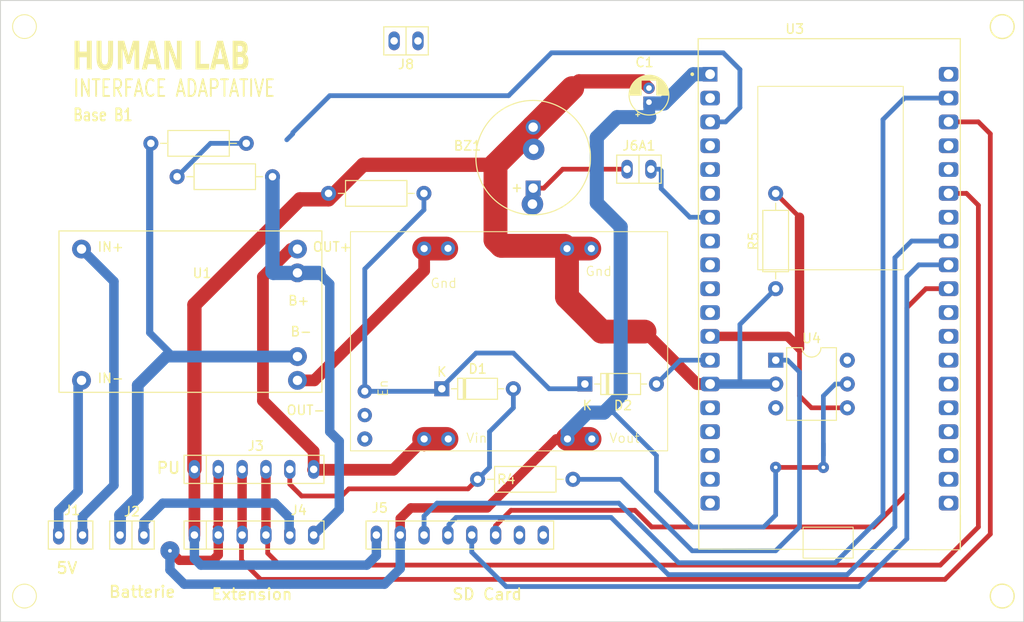
<source format=kicad_pcb>
(kicad_pcb (version 20221018) (generator pcbnew)
  (layers (0 "F.Cu" signal) (31 "B.Cu" signal) (34 "B.Paste" user) (35 "F.Paste" user) (36 "B.SilkS" user "B.Silkscreen") (37 "F.SilkS" user "F.Silkscreen") (39 "F.Mask" user) (44 "Edge.Cuts" user))
  (net 0 "")
  (net 1 "Net-(D1-K)")
  (net 2 "Net-(D1-A)")
  (net 3 "Net-(J1-Pin_1)")
  (net 4 "Net-(J1-Pin_2)")
  (net 5 "+3.3V")
  (net 6 "GND")
  (net 7 "Net-(J2-Pin_1)")
  (net 8 "/MOSI")
  (net 9 "/MISO")
  (net 10 "/CLK")
  (net 11 "/CS")
  (net 12 "Net-(BZ1--)")
  (net 13 "Net-(R4-Pad1)")
  (net 14 "Net-(J2-Pin_2)")
  (net 15 "Net-(J3-Pin_6)")
  (net 16 "Net-(J4-Pin_6)")
  (net 18 "Net-(U3-SENSOR_VP)")
  (net 20 "Net-(U1-GND2)")
  (net 21 "unconnected-(U2-Vin2-Pad2)")
  (net 27 "Net-(J8-Pin_2)")
  (net 37 "Net-(U3-IO14)")
  (net 53 "/SLC")
  (net 54 "/SDA")
  (net 55 "Net-(J6A1-Pin_1)")
  (net 56 "Net-(D2-A)")
  (footprint "MesEmpreintes:SIP-2" (layer "F.Cu") (at 124.46 52.324)
    (fp_text reference "J8" (at 0 2.5) (layer "F.SilkS"))
    (fp_text value "Conn_01x02_Socket")
    (pad "1" thru_hole oval (at -1.27 0) (size 1.2 2) (drill 0.8) (layers "*.Cu" "*.Mask") (net 6 "GND"))
    (pad "2" thru_hole oval (at 1.27 0) (size 1.2 2) (drill 0.8) (layers "*.Cu" "*.Mask") (net 27 "Net-(J8-Pin_2)"))
  )
  (footprint "MesEmpreintes:SIP-6" (layer "F.Cu") (at 108.27 105)
    (fp_text reference "J4" (at 4.76 -2.638) (layer "F.SilkS"))
    (fp_text value "Conn_01x06_Socket" hide)
    (pad "1" thru_hole oval (at -6.35 0) (size 1.2 2) (drill 0.8) (layers "*.Cu" "*.Mask") (net 6 "GND"))
    (pad "2" thru_hole oval (at -3.81 0) (size 1.2 2) (drill 0.8) (layers "*.Cu" "*.Mask") (net 5 "+3.3V"))
    (pad "3" thru_hole oval (at -1.27 0) (size 1.2 2) (drill 0.8) (layers "*.Cu" "*.Mask") (net 53 "/SLC"))
    (pad "4" thru_hole oval (at 1.27 0) (size 1.2 2) (drill 0.8) (layers "*.Cu" "*.Mask") (net 54 "/SDA"))
    (pad "5" thru_hole oval (at 3.81 0) (size 1.2 2) (drill 0.8) (layers "*.Cu" "*.Mask") (net 7 "Net-(J2-Pin_1)"))
    (pad "6" thru_hole oval (at 6.35 0) (size 1.2 2) (drill 0.8) (layers "*.Cu" "*.Mask") (net 16 "Net-(J4-Pin_6)"))
  )
  (footprint "MesEmpreintes:MODULE_ESP32-DEVKITC-32D" (layer "F.Cu") (at 169.545 81.3)
    (fp_text reference "U3" (at -3.683 -30.246) (layer "F.SilkS") (effects (font (size 1.000386 1.000386))))
    (fp_text value "ESP32-DEVKITC-32D")
    (pad "J2-1" thru_hole rect locked (at -12.7 -25.42) (size 1.56 1.56) (drill 1.04) (layers "*.Cu" "*.Mask") (net 5 "+3.3V"))
    (pad "J2-2" thru_hole roundrect locked (at -12.7 -22.88) (size 2.068 1.56) (drill 1.04) (layers "*.Cu" "*.Mask") (net 27 "Net-(J8-Pin_2)"))
    (pad "J2-2,J2-17" thru_hole roundrect locked (at -12.7 15.22) (size 2.032 1.56) (drill 1.04) (layers "*.Cu" "*.Mask"))
    (pad "J2-3" thru_hole roundrect locked (at -12.7 -20.34) (size 2.068 1.56) (drill 1.04) (layers "*.Cu" "*.Mask") (net 18 "Net-(U3-SENSOR_VP)"))
    (pad "J2-4" thru_hole roundrect locked (at -12.7 -17.8) (size 2.068 1.56) (drill 1.04) (layers "*.Cu" "*.Mask"))
    (pad "J2-5" thru_hole roundrect locked (at -12.7 -15.26) (size 2.068 1.56) (drill 1.04) (layers "*.Cu" "*.Mask"))
    (pad "J2-6" thru_hole roundrect locked (at -12.7 -12.72) (size 2.068 1.56) (drill 1.04) (layers "*.Cu" "*.Mask"))
    (pad "J2-7" thru_hole roundrect locked (at -12.7 -10.18) (size 2.068 1.56) (drill 1.04) (layers "*.Cu" "*.Mask") (net 55 "Net-(J6A1-Pin_1)"))
    (pad "J2-8" thru_hole roundrect locked (at -12.7 -7.64) (size 2.068 1.56) (drill 1.04) (layers "*.Cu" "*.Mask"))
    (pad "J2-9" thru_hole roundrect locked (at -12.7 -5.1) (size 2.068 1.56) (drill 1.04) (layers "*.Cu" "*.Mask"))
    (pad "J2-10" thru_hole roundrect locked (at -12.7 -2.56) (size 2.068 1.56) (drill 1.04) (layers "*.Cu" "*.Mask"))
    (pad "J2-11" thru_hole roundrect locked (at -12.7 -0.02) (size 2.068 1.56) (drill 1.04) (layers "*.Cu" "*.Mask"))
    (pad "J2-12" thru_hole roundrect locked (at -12.7 2.52) (size 2.032 1.56) (drill 1.04) (layers "*.Cu" "*.Mask") (net 37 "Net-(U3-IO14)"))
    (pad "J2-13" thru_hole roundrect locked (at -12.7 5.06) (size 2.032 1.56) (drill 1.04) (layers "*.Cu" "*.Mask") (net 56 "Net-(D2-A)"))
    (pad "J2-14" thru_hole roundrect locked (at -12.7 7.6) (size 2.032 1.56) (drill 1.04) (layers "*.Cu" "*.Mask") (net 6 "GND"))
    (pad "J2-15" thru_hole roundrect locked (at -12.7 10.14) (size 2.068 1.56) (drill 1.04) (layers "*.Cu" "*.Mask"))
    (pad "J2-16" thru_hole roundrect locked (at -12.7 12.68) (size 2.068 1.56) (drill 1.04) (layers "*.Cu" "*.Mask"))
    (pad "J2-18" thru_hole roundrect locked (at -12.7 17.76) (size 2.032 1.56) (drill 1.04) (layers "*.Cu" "*.Mask"))
    (pad "J2-19" thru_hole roundrect locked (at -12.7 20.3) (size 2.032 1.56) (drill 1.04) (layers "*.Cu" "*.Mask"))
    (pad "J3-1" thru_hole roundrect locked (at 12.7 -25.42) (size 2.068 1.56) (drill 1.04) (layers "*.Cu" "*.Mask"))
    (pad "J3-2" thru_hole roundrect locked (at 12.7 -22.88) (size 2.068 1.56) (drill 1.04) (layers "*.Cu" "*.Mask") (net 8 "/MOSI"))
    (pad "J3-3" thru_hole roundrect locked (at 12.7 -20.34) (size 2.068 1.56) (drill 1.04) (layers "*.Cu" "*.Mask") (net 53 "/SLC"))
    (pad "J3-4" thru_hole roundrect locked (at 12.7 -17.8) (size 2.068 1.56) (drill 1.04) (layers "*.Cu" "*.Mask"))
    (pad "J3-5" thru_hole roundrect locked (at 12.7 -15.26) (size 2.068 1.56) (drill 1.04) (layers "*.Cu" "*.Mask"))
    (pad "J3-6" thru_hole roundrect locked (at 12.7 -12.72) (size 2.068 1.56) (drill 1.04) (layers "*.Cu" "*.Mask") (net 54 "/SDA"))
    (pad "J3-7" thru_hole roundrect locked (at 12.7 -10.18) (size 2.068 1.56) (drill 1.04) (layers "*.Cu" "*.Mask"))
    (pad "J3-8" thru_hole roundrect locked (at 12.7 -7.64) (size 2.068 1.56) (drill 1.04) (layers "*.Cu" "*.Mask") (net 9 "/MISO"))
    (pad "J3-9" thru_hole roundrect locked (at 12.7 -5.1) (size 2.068 1.56) (drill 1.04) (layers "*.Cu" "*.Mask") (net 10 "/CLK"))
    (pad "J3-10" thru_hole roundrect locked (at 12.7 -2.56) (size 2.068 1.56) (drill 1.04) (layers "*.Cu" "*.Mask") (net 11 "/CS"))
    (pad "J3-11" thru_hole roundrect locked (at 12.7 -0.02) (size 2.068 1.56) (drill 1.04) (layers "*.Cu" "*.Mask"))
    (pad "J3-12" thru_hole roundrect locked (at 12.7 2.52) (size 2.068 1.56) (drill 1.04) (layers "*.Cu" "*.Mask"))
    (pad "J3-13" thru_hole roundrect locked (at 12.7 5.06) (size 2.068 1.56) (drill 1.04) (layers "*.Cu" "*.Mask"))
    (pad "J3-14" thru_hole roundrect locked (at 12.7 7.6) (size 2.068 1.56) (drill 1.04) (layers "*.Cu" "*.Mask"))
    (pad "J3-15" thru_hole roundrect locked (at 12.7 10.14) (size 2.068 1.56) (drill 1.04) (layers "*.Cu" "*.Mask"))
    (pad "J3-16" thru_hole roundrect locked (at 12.7 12.68) (size 2.068 1.56) (drill 1.04) (layers "*.Cu" "*.Mask"))
    (pad "J3-17" thru_hole roundrect locked (at 12.7 15.22) (size 2.068 1.56) (drill 1.04) (layers "*.Cu" "*.Mask"))
    (pad "J3-18" thru_hole roundrect locked (at 12.7 17.76) (size 2.068 1.56) (drill 1.04) (layers "*.Cu" "*.Mask"))
    (pad "J3-19" thru_hole roundrect locked (at 12.7 20.3) (size 2.068 1.56) (drill 1.04) (layers "*.Cu" "*.Mask"))
  )
  (footprint "Buzzer_Beeper:MagneticBuzzer_ProSignal_ABT-410-RC" (layer "F.Cu") (at 138 68.02 90)
    (fp_text reference "BZ1" (at 4.52 -7 180) (layer "F.SilkS"))
    (fp_text value "Buzzer")
    (fp_text user "+" (at 0 -1.8 90) (layer "F.SilkS"))
    (pad "1" thru_hole rect (at 0 0 90) (size 1.6 1.6) (drill 1) (layers "*.Cu" "*.Mask") (net 12 "Net-(BZ1--)"))
    (pad "2" thru_hole circle (at 6.5 0 90) (size 1.6 1.6) (drill 1) (layers "*.Cu" "*.Mask") (net 6 "GND"))
  )
  (footprint "MesEmpreintes:SIP-6" (layer "F.Cu") (at 108.27 98)
    (fp_text reference "J3" (at 0.188 -2.496) (layer "F.SilkS"))
    (fp_text value "Conn_01x06_Socket" hide)
    (pad "1" thru_hole oval (at -6.35 0) (size 1.2 2) (drill 0.8) (layers "*.Cu" "*.Mask") (net 6 "GND"))
    (pad "2" thru_hole oval (at -3.81 0) (size 1.2 2) (drill 0.8) (layers "*.Cu" "*.Mask") (net 5 "+3.3V"))
    (pad "3" thru_hole oval (at -1.27 0) (size 1.2 2) (drill 0.8) (layers "*.Cu" "*.Mask") (net 53 "/SLC"))
    (pad "4" thru_hole oval (at 1.27 0) (size 1.2 2) (drill 0.8) (layers "*.Cu" "*.Mask") (net 54 "/SDA"))
    (pad "5" thru_hole oval (at 3.81 0) (size 1.2 2) (drill 0.8) (layers "*.Cu" "*.Mask") (net 2 "Net-(D1-A)"))
    (pad "6" thru_hole oval (at 6.35 0) (size 1.2 2) (drill 0.8) (layers "*.Cu" "*.Mask") (net 15 "Net-(J3-Pin_6)"))
  )
  (footprint "MesEmpreintes:SIP-8" (layer "F.Cu") (at 130.19 105)
    (fp_text reference "J5" (at -8.524 -2.892) (layer "F.SilkS"))
    (fp_text value "Conn_01x08_Socket" hide)
    (pad "1" thru_hole oval (at -8.89 0) (size 1.2 2) (drill 0.8) (layers "*.Cu" "*.Mask") (net 6 "GND"))
    (pad "2" thru_hole oval (at -6.35 0) (size 1.2 2) (drill 0.8) (layers "*.Cu" "*.Mask") (net 5 "+3.3V"))
    (pad "3" thru_hole oval (at -3.81 0) (size 1.2 2) (drill 0.8) (layers "*.Cu" "*.Mask") (net 8 "/MOSI"))
    (pad "4" thru_hole oval (at -1.27 0) (size 1.2 2) (drill 0.8) (layers "*.Cu" "*.Mask") (net 9 "/MISO"))
    (pad "5" thru_hole oval (at 1.27 0) (size 1.2 2) (drill 0.8) (layers "*.Cu" "*.Mask") (net 10 "/CLK"))
    (pad "6" thru_hole oval (at 3.81 0) (size 1.2 2) (drill 0.8) (layers "*.Cu" "*.Mask") (net 11 "/CS"))
    (pad "7" thru_hole oval (at 6.35 0) (size 1.2 2) (drill 0.8) (layers "*.Cu" "*.Mask"))
    (pad "8" thru_hole oval (at 8.89 0) (size 1.2 2) (drill 0.8) (layers "*.Cu" "*.Mask"))
  )
  (footprint "MesEmpreintes:SIP-2" (layer "F.Cu") (at 95.27 105 180)
    (fp_text reference "J2" (at 0 2.5) (layer "F.SilkS"))
    (fp_text value "Conn_01x02_Socket" hide)
    (pad "1" thru_hole oval (at -1.27 0 180) (size 1.2 2) (drill 0.8) (layers "*.Cu" "*.Mask") (net 7 "Net-(J2-Pin_1)"))
    (pad "2" thru_hole oval (at 1.27 0 180) (size 1.2 2) (drill 0.8) (layers "*.Cu" "*.Mask") (net 14 "Net-(J2-Pin_2)"))
  )
  (footprint "Resistor_THT:R_Axial_DIN0207_L6.3mm_D2.5mm_P10.16mm_Horizontal" (layer "F.Cu") (at 142.24 99.06 180)
    (fp_text reference "R4" (at 7.112 0) (layer "F.SilkS"))
    (fp_text value "560" hide)
    (pad "1" thru_hole circle (at 0 0 180) (size 1.6 1.6) (drill 0.8) (layers "*.Cu" "*.Mask") (net 13 "Net-(R4-Pad1)"))
    (pad "2" thru_hole oval (at 10.16 0 180) (size 1.6 1.6) (drill 0.8) (layers "*.Cu" "*.Mask") (net 2 "Net-(D1-A)"))
  )
  (footprint "Diode_THT:D_DO-35_SOD27_P7.62mm_Horizontal" (layer "F.Cu") (at 128.27 89.408)
    (fp_text reference "D1" (at 3.81 -2.12) (layer "F.SilkS"))
    (fp_text value "1N4148" hide)
    (fp_text user "K" (at 0 -1.8) (layer "F.SilkS"))
    (pad "1" thru_hole rect (at 0 0) (size 1.6 1.6) (drill 0.8) (layers "*.Cu" "*.Mask") (net 1 "Net-(D1-K)"))
    (pad "2" thru_hole oval (at 7.62 0) (size 1.6 1.6) (drill 0.8) (layers "*.Cu" "*.Mask") (net 2 "Net-(D1-A)"))
  )
  (footprint "Resistor_THT:R_Axial_DIN0207_L6.3mm_D2.5mm_P10.16mm_Horizontal" (layer "F.Cu") (at 116.205 68.58)
    (fp_text reference "R3" hide)
    (fp_text value "1M" hide)
    (pad "1" thru_hole circle (at 0 0) (size 1.6 1.6) (drill 0.8) (layers "*.Cu" "*.Mask") (net 6 "GND"))
    (pad "2" thru_hole oval (at 10.16 0) (size 1.6 1.6) (drill 0.8) (layers "*.Cu" "*.Mask") (net 1 "Net-(D1-K)"))
  )
  (footprint "MesEmpreintes:TPS63020DL" (layer "F.Cu") (at 118.5418 97.5505 90)
    (fp_text reference "U2" hide)
    (fp_text value "TPS63020")
    (fp_text user "Vin" (at 2.3005 12.2682 unlocked) (layer "F.SilkS") (effects (font (thickness 0.1)) (justify left bottom)))
    (fp_text user "En" (at 7.239 4.064 90 unlocked) (layer "F.SilkS") (effects (font (thickness 0.1)) (justify left bottom)))
    (fp_text user "Gnd" (at 20.0805 24.9682 unlocked) (layer "F.SilkS") (effects (font (thickness 0.1)) (justify left bottom)))
    (fp_text user "Vout" (at 2.3005 27.5082 unlocked) (layer "F.SilkS") (effects (font (thickness 0.1)) (justify left bottom)))
    (fp_text user "Gnd" (at 18.8105 8.4582 unlocked) (layer "F.SilkS") (effects (font (thickness 0.1)) (justify left bottom)))
    (pad "1" thru_hole circle (at 2.794 7.8486 90) (size 1.524 1.524) (drill 0.762) (layers "*.Cu" "*.Mask") (net 15 "Net-(J3-Pin_6)"))
    (pad "2" thru_hole circle (at 2.794 10.414 90) (size 1.524 1.524) (drill 0.762) (layers "*.Cu" "*.Mask") (net 21 "unconnected-(U2-Vin2-Pad2)"))
    (pad "3" thru_hole circle (at 23.0886 7.8486 90) (size 1.524 1.524) (drill 0.762) (layers "*.Cu" "*.Mask") (net 20 "Net-(U1-GND2)"))
    (pad "4" thru_hole circle (at 23.114 10.3886 90) (size 1.524 1.524) (drill 0.762) (layers "*.Cu" "*.Mask"))
    (pad "5" thru_hole circle (at 2.794 23.114 90) (size 1.524 1.524) (drill 0.762) (layers "*.Cu" "*.Mask") (net 5 "+3.3V"))
    (pad "6" thru_hole circle (at 2.794 25.7048 90) (size 1.524 1.524) (drill 0.762) (layers "*.Cu" "*.Mask"))
    (pad "7" thru_hole circle (at 23.0886 23.0632 90) (size 1.524 1.524) (drill 0.762) (layers "*.Cu" "*.Mask") (net 6 "GND"))
    (pad "8" thru_hole circle (at 23.0886 25.654 90) (size 1.524 1.524) (drill 0.762) (layers "*.Cu" "*.Mask"))
    (pad "9" thru_hole circle (at 7.874 1.524 90) (size 1.524 1.524) (drill 0.762) (layers "*.Cu" "*.Mask") (net 1 "Net-(D1-K)"))
    (pad "10" thru_hole circle (at 5.334 1.524 90) (size 1.524 1.524) (drill 0.762) (layers "*.Cu" "*.Mask"))
    (pad "11" thru_hole circle (at 2.794 1.524 90) (size 1.606436 1.606436) (drill 0.762) (layers "*.Cu" "*.Mask"))
  )
  (footprint "MesEmpreintes:SIP-2" (layer "F.Cu") (at 149.27 66 180)
    (fp_text reference "J6A1" (at 0 2.5) (layer "F.SilkS"))
    (fp_text value "Conn_01x02_Socket" hide)
    (pad "1" thru_hole oval (at -1.27 0 180) (size 1.2 2) (drill 0.8) (layers "*.Cu" "*.Mask") (net 55 "Net-(J6A1-Pin_1)"))
    (pad "2" thru_hole oval (at 1.27 0 180) (size 1.2 2) (drill 0.8) (layers "*.Cu" "*.Mask") (net 12 "Net-(BZ1--)"))
  )
  (footprint "Resistor_THT:R_Axial_DIN0207_L6.3mm_D2.5mm_P10.16mm_Horizontal" (layer "F.Cu") (at 107.442 63.246 180)
    (fp_text reference "R1" hide)
    (fp_text value "1M")
    (pad "1" thru_hole circle (at 0 0 180) (size 1.6 1.6) (drill 0.8) (layers "*.Cu" "*.Mask") (net 18 "Net-(U3-SENSOR_VP)"))
    (pad "2" thru_hole oval (at 10.16 0 180) (size 1.6 1.6) (drill 0.8) (layers "*.Cu" "*.Mask") (net 14 "Net-(J2-Pin_2)"))
  )
  (footprint "Resistor_THT:R_Axial_DIN0207_L6.3mm_D2.5mm_P10.16mm_Horizontal" (layer "F.Cu") (at 100.076 66.802)
    (fp_text reference "R2" hide)
    (fp_text value "330k")
    (pad "1" thru_hole circle (at 0 0) (size 1.6 1.6) (drill 0.8) (layers "*.Cu" "*.Mask") (net 18 "Net-(U3-SENSOR_VP)"))
    (pad "2" thru_hole oval (at 10.16 0) (size 1.6 1.6) (drill 0.8) (layers "*.Cu" "*.Mask") (net 16 "Net-(J4-Pin_6)"))
  )
  (footprint "MesEmpreintes:SIP-2" (layer "F.Cu") (at 88.73 105)
    (fp_text reference "J1" (at 0.17 -2.638) (layer "F.SilkS"))
    (fp_text value "Conn_01x02_Socket" hide)
    (pad "1" thru_hole oval (at -1.27 0) (size 1.2 2) (drill 0.8) (layers "*.Cu" "*.Mask") (net 3 "Net-(J1-Pin_1)"))
    (pad "2" thru_hole oval (at 1.27 0) (size 1.2 2) (drill 0.8) (layers "*.Cu" "*.Mask") (net 4 "Net-(J1-Pin_2)"))
  )
  (footprint "Diode_THT:D_DO-35_SOD27_P7.62mm_Horizontal" (layer "F.Cu") (at 143.51 88.9)
    (fp_text reference "D2" (at 4.064 2.286) (layer "F.SilkS"))
    (fp_text value "1N4148" hide)
    (fp_text user "K" (at 0.254 2.286) (layer "F.SilkS"))
    (pad "1" thru_hole rect (at 0 0) (size 1.6 1.6) (drill 0.8) (layers "*.Cu" "*.Mask") (net 1 "Net-(D1-K)"))
    (pad "2" thru_hole oval (at 7.62 0) (size 1.6 1.6) (drill 0.8) (layers "*.Cu" "*.Mask") (net 56 "Net-(D2-A)"))
  )
  (footprint "Package_DIP:DIP-6_W7.62mm" (layer "F.Cu") (at 163.84 86.36)
    (fp_text reference "U4" (at 3.81 -2.33) (layer "F.SilkS"))
    (fp_text value "4N25")
    (pad "1" thru_hole rect (at 0 0) (size 1.6 1.6) (drill 0.8) (layers "*.Cu" "*.Mask") (net 13 "Net-(R4-Pad1)"))
    (pad "2" thru_hole oval (at 0 2.54) (size 1.6 1.6) (drill 0.8) (layers "*.Cu" "*.Mask") (net 6 "GND"))
    (pad "3" thru_hole oval (at 0 5.08) (size 1.6 1.6) (drill 0.8) (layers "*.Cu" "*.Mask"))
    (pad "4" thru_hole oval (at 7.62 5.08) (size 1.6 1.6) (drill 0.8) (layers "*.Cu" "*.Mask") (net 37 "Net-(U3-IO14)"))
    (pad "5" thru_hole oval (at 7.62 2.54) (size 1.6 1.6) (drill 0.8) (layers "*.Cu" "*.Mask") (net 5 "+3.3V"))
    (pad "6" thru_hole oval (at 7.62 0) (size 1.6 1.6) (drill 0.8) (layers "*.Cu" "*.Mask"))
  )
  (footprint "Capacitor_THT:CP_Radial_D4.0mm_P1.50mm" (layer "F.Cu") (at 150.3349 58.856 90)
    (fp_text reference "C1" (at 4.246 -0.4749 180) (layer "F.SilkS"))
    (fp_text value "10u")
    (pad "1" thru_hole rect (at 0 0 90) (size 1.2 1.2) (drill 0.6) (layers "*.Cu" "*.Mask") (net 5 "+3.3V"))
    (pad "2" thru_hole circle (at 1.5 0 90) (size 1.2 1.2) (drill 0.6) (layers "*.Cu" "*.Mask") (net 6 "GND"))
  )
  (footprint "MesEmpreintes:TP4056-Module" (layer "F.Cu") (at 87.495 89.785)
    (fp_text reference "U1" (at 15.24 -12.7 unlocked) (layer "F.SilkS"))
    (fp_text value "TP4056")
    (fp_text user "B+" (at 25.535 -9.775 unlocked) (layer "F.SilkS"))
    (fp_text user "OUT+" (at 29.091 -15.5 unlocked) (layer "F.SilkS"))
    (fp_text user "B-" (at 25.789 -6.473 unlocked) (layer "F.SilkS"))
    (fp_text user "IN-" (at 5.5 -1.5 unlocked) (layer "F.SilkS"))
    (fp_text user "IN+" (at 5.5 -15.5 unlocked) (layer "F.SilkS"))
    (fp_text user "OUT-" (at 26.297 1.909 unlocked) (layer "F.SilkS"))
    (pad "1" thru_hole circle locked (at 2.4 -15.27) (size 2 2) (drill 1) (layers "*.Cu" "*.Mask") (net 4 "Net-(J1-Pin_2)"))
    (pad "2" thru_hole circle locked (at 2.4 -1.27) (size 2 2) (drill 1) (layers "*.Cu" "*.Mask") (net 3 "Net-(J1-Pin_1)"))
    (pad "3" thru_hole circle locked (at 25.4 -15.27) (size 2 2) (drill 1) (layers "*.Cu" "*.Mask") (net 15 "Net-(J3-Pin_6)"))
    (pad "4" thru_hole circle locked (at 25.4 -12.73) (size 2 2) (drill 1) (layers "*.Cu" "*.Mask") (net 16 "Net-(J4-Pin_6)"))
    (pad "5" thru_hole circle locked (at 25.4 -3.81) (size 2 2) (drill 1) (layers "*.Cu" "*.Mask") (net 14 "Net-(J2-Pin_2)"))
    (pad "6" thru_hole circle locked (at 25.4 -1.27) (size 2 2) (drill 1) (layers "*.Cu" "*.Mask") (net 20 "Net-(U1-GND2)"))
  )
  (footprint "Resistor_THT:R_Axial_DIN0207_L6.3mm_D2.5mm_P10.16mm_Horizontal" (layer "F.Cu") (at 163.83 78.74 90)
    (fp_text reference "R5" (at 5.08 -2.37 90) (layer "F.SilkS"))
    (fp_text value "33k")
    (pad "1" thru_hole circle (at 0 0 90) (size 1.6 1.6) (drill 0.8) (layers "*.Cu" "*.Mask") (net 6 "GND"))
    (pad "2" thru_hole oval (at 10.16 0 90) (size 1.6 1.6) (drill 0.8) (layers "*.Cu" "*.Mask") (net 37 "Net-(U3-IO14)"))
  )
  (gr_circle (center 187.96 111.506) (end 189.23 111.506) (stroke (width 0.15)) (fill none) (layer "F.SilkS"))
  (gr_circle (center 83.82 111.506) (end 85.09 111.506) (stroke (width 0.1016)) (fill none) (layer "F.SilkS"))
  (gr_circle (center 187.96 50.8) (end 189.23 50.8) (stroke (width 0.15)) (fill none) (layer "F.SilkS"))
  (gr_circle (center 83.82 50.8) (end 85.09 50.8) (stroke (width 0.1016)) (fill none) (layer "F.SilkS"))
  (gr_rect (start 81.262 48.016) (end 190.246 114.254) (stroke (width 0.1)) (fill none) (layer "Edge.Cuts"))
  (gr_text "INTERFACE ADAPTATIVE" (at 88.9 58.42) (layer "F.SilkS") (effects (font (size 1.778 1.27) (thickness 0.2) bold) (justify left bottom)))
  (gr_text "SD Card" (at 129.286 112.014) (layer "F.SilkS") (effects (font (size 1.2 1.2) (thickness 0.2) bold) (justify left bottom)))
  (gr_text "PU" (at 97.79 98.552) (layer "F.SilkS") (effects (font (size 1.2 1.2) (thickness 0.2) bold) (justify left bottom)))
  (gr_text "Batterie" (at 92.71 111.76) (layer "F.SilkS") (effects (font (size 1.2 1.2) (thickness 0.2) bold) (justify left bottom)))
  (gr_text "HUMAN LAB" (at 88.9 55.88) (layer "F.SilkS") (effects (font (size 3 2) (thickness 0.2) bold) (justify left bottom)))
  (gr_text "Base B1" (at 88.9 60.96) (layer "F.SilkS") (effects (font (size 1.27 1) (thickness 0.2) bold) (justify left bottom)))
  (gr_text "Extension" (at 103.632 112.014) (layer "F.SilkS") (effects (font (size 1.2 1.2) (thickness 0.2) bold) (justify left bottom)))
  (gr_text "5V" (at 87.122 109.22) (layer "F.SilkS") (effects (font (size 1.2 1.2) (thickness 0.2) bold) (justify left bottom)))
  (via (at 138.049 63.881) (size 2.286) (drill 1.016) (layers "F.Cu" "B.Cu") (net 0))
  (segment (start 131.9199 85.598) (end 127.8414 89.6765) (width 0.508) (layer "B.Cu") (net 1))
  (segment (start 139.7 89.408) (end 135.89 85.598) (width 0.508) (layer "B.Cu") (net 1))
  (segment (start 120.0658 76.6393) (end 126.365 70.3401) (width 0.508) (layer "B.Cu") (net 1))
  (segment (start 127.8414 89.6765) (end 120.0658 89.6765) (width 0.508) (layer "B.Cu") (net 1))
  (segment (start 144.018 89.408) (end 139.7 89.408) (width 0.508) (layer "B.Cu") (net 1))
  (segment (start 120.0658 89.6765) (end 120.0658 76.6393) (width 0.508) (layer "B.Cu") (net 1))
  (segment (start 135.89 85.598) (end 131.9199 85.598) (width 0.508) (layer "B.Cu") (net 1))
  (segment (start 126.365 69.215) (end 126.365 70.3401) (width 0.508) (layer "B.Cu") (net 1))
  (segment (start 118.364 100.076) (end 131.064 100.076) (width 0.508) (layer "F.Cu") (net 2))
  (segment (start 112.08 98) (end 112.08 99.579) (width 0.508) (layer "F.Cu") (net 2))
  (segment (start 113.339 100.838) (end 117.602 100.838) (width 0.508) (layer "F.Cu") (net 2))
  (segment (start 117.602 100.838) (end 118.364 100.076) (width 0.508) (layer "F.Cu") (net 2))
  (segment (start 131.064 100.076) (end 132.08 99.06) (width 0.508) (layer "F.Cu") (net 2))
  (segment (start 112.08 99.579) (end 113.339 100.838) (width 0.508) (layer "F.Cu") (net 2))
  (segment (start 133.35 93.98) (end 135.89 91.44) (width 0.508) (layer "B.Cu") (net 2))
  (segment (start 133.35 97.79) (end 133.35 93.98) (width 0.508) (layer "B.Cu") (net 2))
  (segment (start 135.89 91.44) (end 135.89 89.408) (width 0.508) (layer "B.Cu") (net 2))
  (segment (start 132.08 99.06) (end 133.35 97.79) (width 0.508) (layer "B.Cu") (net 2))
  (segment (start 87.46 102.405) (end 87.46 105) (width 1.016) (layer "B.Cu") (net 3))
  (segment (start 89.895 88.515) (end 89.535 88.875) (width 1.016) (layer "B.Cu") (net 3))
  (segment (start 89.535 100.33) (end 87.46 102.405) (width 1.016) (layer "B.Cu") (net 3))
  (segment (start 89.535 88.875) (end 89.535 100.33) (width 1.016) (layer "B.Cu") (net 3))
  (segment (start 90 103.04) (end 90 105) (width 1.016) (layer "B.Cu") (net 4))
  (segment (start 89.895 74.515) (end 93.345 77.965) (width 1.016) (layer "B.Cu") (net 4))
  (segment (start 93.345 77.965) (end 93.345 99.695) (width 1.016) (layer "B.Cu") (net 4))
  (segment (start 93.345 99.695) (end 90 103.04) (width 1.016) (layer "B.Cu") (net 4))
  (segment (start 168.91 97.79) (end 163.83 97.79) (width 0.5) (layer "F.Cu") (net 5))
  (segment (start 141.6558 94.7565) (end 144.0035 94.7565) (width 2.54) (layer "F.Cu") (net 5))
  (segment (start 141.6558 94.7565) (end 140.4475 94.7565) (width 1) (layer "F.Cu") (net 5))
  (segment (start 104.46 107.122) (end 104.46 105) (width 1) (layer "F.Cu") (net 5))
  (segment (start 104.46 103.82) (end 104.14 104.14) (width 0.508) (layer "F.Cu") (net 5))
  (segment (start 124.968 102.108) (end 123.84 103.236) (width 1) (layer "F.Cu") (net 5))
  (segment (start 103.886 107.696) (end 104.46 107.122) (width 1) (layer "F.Cu") (net 5))
  (segment (start 100.33 107.696) (end 103.886 107.696) (width 1) (layer "F.Cu") (net 5))
  (segment (start 104.14 104.14) (end 104.46 104.46) (width 0.508) (layer "F.Cu") (net 5))
  (segment (start 104.46 104.46) (end 104.46 105) (width 0.508) (layer "F.Cu") (net 5))
  (segment (start 99.314 106.68) (end 100.33 107.696) (width 1) (layer "F.Cu") (net 5))
  (segment (start 104.46 98) (end 104.46 103.82) (width 1) (layer "F.Cu") (net 5))
  (segment (start 140.4475 94.7565) (end 133.096 102.108) (width 1) (layer "F.Cu") (net 5))
  (segment (start 133.096 102.108) (end 124.968 102.108) (width 1) (layer "F.Cu") (net 5))
  (segment (start 123.84 103.236) (end 123.84 105) (width 1) (layer "F.Cu") (net 5))
  (via (at 163.83 97.79) (size 1.2) (drill 0.4) (layers "F.Cu" "B.Cu") (net 5))
  (via (at 168.91 97.79) (size 1.2) (drill 0.4) (layers "F.Cu" "B.Cu") (net 5))
  (via (at 99.314 106.68) (size 2.032) (drill 0.4) (layers "F.Cu" "B.Cu") (net 5))
  (segment (start 144.78 69.596) (end 144.78 62.611) (width 1.5) (layer "B.Cu") (net 5))
  (segment (start 162.56 104.14) (end 154.94 104.14) (width 0.5) (layer "B.Cu") (net 5))
  (segment (start 171.46 88.9) (end 170.18 88.9) (width 0.5) (layer "B.Cu") (net 5))
  (segment (start 147.32 72.136) (end 144.78 69.596) (width 1.5) (layer "B.Cu") (net 5))
  (segment (start 122.174 110.236) (end 123.84 108.57) (width 1) (layer "B.Cu") (net 5))
  (segment (start 151.13 100.33) (end 151.13 96.52) (width 0.5) (layer "B.Cu") (net 5))
  (segment (start 150.4789 59) (end 150.3349 58.856) (width 1) (layer "B.Cu") (net 5))
  (segment (start 168.91 95.25) (end 168.91 97.79) (width 0.5) (layer "B.Cu") (net 5))
  (segment (start 168.91 90.17) (end 168.91 96.52) (width 0.5) (layer "B.Cu") (net 5))
  (segment (start 146.558 91.948) (end 145.542 91.948) (width 0.5) (layer "B.Cu") (net 5))
  (segment (start 99.314 108.712) (end 100.838 110.236) (width 1) (layer "B.Cu") (net 5))
  (segment (start 143.764 91.948) (end 145.542 91.948) (width 1.5) (layer "B.Cu") (net 5))
  (segment (start 154.94 104.14) (end 151.13 100.33) (width 0.5) (layer "B.Cu") (net 5))
  (segment (start 146.812 90.678) (end 147.32 90.17) (width 1.25) (layer "B.Cu") (net 5))
  (segment (start 163.83 97.79) (end 163.83 102.87) (width 0.5) (layer "B.Cu") (net 5))
  (segment (start 141.6558 94.7565) (end 141.6558 94.0562) (width 1) (layer "B.Cu") (net 5))
  (segment (start 141.6558 94.0562) (end 143.764 91.948) (width 1.5) (layer "B.Cu") (net 5))
  (segment (start 144.78 62.611) (end 146.939 60.452) (width 1.5) (layer "B.Cu") (net 5))
  (segment (start 151.13 96.52) (end 146.558 91.948) (width 0.5) (layer "B.Cu") (net 5))
  (segment (start 146.939 60.452) (end 150.368 60.452) (width 1.5) (layer "B.Cu") (net 5))
  (segment (start 170.18 88.9) (end 168.91 90.17) (width 0.5) (layer "B.Cu") (net 5))
  (segment (start 151.9251 59) (end 155.0451 55.88) (width 1.5) (layer "B.Cu") (net 5))
  (segment (start 100.838 110.236) (end 122.174 110.236) (width 1) (layer "B.Cu") (net 5))
  (segment (start 163.83 102.87) (end 162.56 104.14) (width 0.5) (layer "B.Cu") (net 5))
  (segment (start 150.368 58.8891) (end 150.3349 58.856) (width 1) (layer "B.Cu") (net 5))
  (segment (start 151.9251 59) (end 150.4789 59) (width 1.5) (layer "B.Cu") (net 5))
  (segment (start 155.0451 55.88) (end 156.845 55.88) (width 1.5) (layer "B.Cu") (net 5))
  (segment (start 147.32 90.17) (end 147.32 72.136) (width 1.5) (layer "B.Cu") (net 5))
  (segment (start 99.314 106.68) (end 99.314 108.712) (width 1) (layer "B.Cu") (net 5))
  (segment (start 145.542 91.948) (end 146.812 90.678) (width 1.5) (layer "B.Cu") (net 5))
  (segment (start 123.84 108.57) (end 123.84 105) (width 1) (layer "B.Cu") (net 5))
  (segment (start 150.368 60.452) (end 150.368 58.8891) (width 1.25) (layer "B.Cu") (net 5))
  (segment (start 133.988 65.532) (end 119.888 65.532) (width 1.524) (layer "F.Cu") (net 6))
  (segment (start 149.86 83.312) (end 155.448 88.9) (width 1.25) (layer "F.Cu") (net 6))
  (segment (start 116.205 69.215) (end 113.157 69.215) (width 1.524) (layer "F.Cu") (net 6))
  (segment (start 141.605 74.4619) (end 143.9781 74.4619) (width 2.54) (layer "F.Cu") (net 6))
  (segment (start 138 61.52) (end 133.988 65.532) (width 2.54) (layer "F.Cu") (net 6))
  (segment (start 133.988 73.536) (end 134.62 74.168) (width 2.54) (layer "F.Cu") (net 6))
  (segment (start 133.988 65.532) (end 133.988 73.536) (width 2.54) (layer "F.Cu") (net 6))
  (segment (start 145.288 83.312) (end 149.86 83.312) (width 2.54) (layer "F.Cu") (net 6))
  (segment (start 142.878 56.642) (end 149.6209 56.642) (width 1.524) (layer "F.Cu") (net 6))
  (segment (start 142.164 57.356) (end 142.878 56.642) (width 1.524) (layer "F.Cu") (net 6))
  (segment (start 113.157 69.215) (end 101.92 80.452) (width 1.524) (layer "F.Cu") (net 6))
  (segment (start 149.6209 56.642) (end 150.3349 57.356) (width 1.25) (layer "F.Cu") (net 6))
  (segment (start 101.92 98) (end 101.92 105) (width 1.25) (layer "F.Cu") (net 6))
  (segment (start 134.62 74.168) (end 141.3111 74.168) (width 2.54) (layer "F.Cu") (net 6))
  (segment (start 155.448 88.9) (end 156.845 88.9) (width 1.25) (layer "F.Cu") (net 6))
  (segment (start 119.888 65.532) (end 116.205 69.215) (width 1.524) (layer "F.Cu") (net 6))
  (segment (start 101.92 80.452) (end 101.92 98) (width 1.524) (layer "F.Cu") (net 6))
  (segment (start 141.605 79.629) (end 145.288 83.312) (width 2.54) (layer "F.Cu") (net 6))
  (segment (start 138 61.52) (end 142.164 57.356) (width 2.54) (layer "F.Cu") (net 6))
  (segment (start 141.3111 74.168) (end 141.605 74.4619) (width 2.54) (layer "F.Cu") (net 6))
  (segment (start 141.605 74.4619) (end 141.605 79.629) (width 2.54) (layer "F.Cu") (net 6))
  (segment (start 143.9781 74.4619) (end 144.145 74.295) (width 1) (layer "F.Cu") (net 6))
  (segment (start 150.3109 57.332) (end 150.3349 57.356) (width 1) (layer "B.Cu") (net 6))
  (segment (start 102.616 108.204) (end 101.92 107.508) (width 1) (layer "B.Cu") (net 6))
  (segment (start 156.845 88.9) (end 160.02 88.9) (width 1) (layer "B.Cu") (net 6))
  (segment (start 120.284 108.204) (end 102.616 108.204) (width 1) (layer "B.Cu") (net 6))
  (segment (start 121.3 105) (end 121.3 107.188) (width 1) (layer "B.Cu") (net 6))
  (segment (start 160.02 88.9) (end 163.84 88.9) (width 1) (layer "B.Cu") (net 6))
  (segment (start 163.83 78.74) (end 160.02 82.55) (width 0.5) (layer "B.Cu") (net 6))
  (segment (start 160.02 82.55) (end 160.02 88.9) (width 0.5) (layer "B.Cu") (net 6))
  (segment (start 121.3 107.188) (end 120.284 108.204) (width 1) (layer "B.Cu") (net 6))
  (segment (start 101.92 107.508) (end 101.92 105) (width 1) (layer "B.Cu") (net 6))
  (segment (start 112.014 104.934) (end 112.08 105) (width 1) (layer "B.Cu") (net 7))
  (segment (start 112.014 103.124) (end 112.014 104.934) (width 1) (layer "B.Cu") (net 7))
  (segment (start 98.552 101.6) (end 110.49 101.6) (width 1) (layer "B.Cu") (net 7))
  (segment (start 96.54 105) (end 96.54 103.612) (width 1) (layer "B.Cu") (net 7))
  (segment (start 96.54 103.612) (end 98.552 101.6) (width 1) (layer "B.Cu") (net 7))
  (segment (start 110.49 101.6) (end 112.014 103.124) (width 1) (layer "B.Cu") (net 7))
  (segment (start 177.546 58.42) (end 175.26 60.706) (width 0.508) (layer "B.Cu") (net 8))
  (segment (start 181.61 58.42) (end 177.546 58.42) (width 0.508) (layer "B.Cu") (net 8))
  (segment (start 153.4795 107.95) (end 147.1295 101.6) (width 0.508) (layer "B.Cu") (net 8))
  (segment (start 127.755 101.6) (end 126.38 102.975) (width 0.508) (layer "B.Cu") (net 8))
  (segment (start 175.26 102.87) (end 170.18 107.95) (width 0.508) (layer "B.Cu") (net 8))
  (segment (start 126.38 102.975) (end 126.38 105) (width 0.508) (layer "B.Cu") (net 8))
  (segment (start 170.18 107.95) (end 153.4795 107.95) (width 0.508) (layer "B.Cu") (net 8))
  (segment (start 175.26 60.706) (end 175.26 102.87) (width 0.508) (layer "B.Cu") (net 8))
  (segment (start 147.1295 101.6) (end 127.755 101.6) (width 0.508) (layer "B.Cu") (net 8))
  (segment (start 129.794 103.124) (end 146.304 103.124) (width 0.508) (layer "B.Cu") (net 9))
  (segment (start 178.308 73.66) (end 182.245 73.66) (width 0.508) (layer "B.Cu") (net 9))
  (segment (start 129.032 104.888) (end 129.032 103.886) (width 0.508) (layer "B.Cu") (net 9))
  (segment (start 129.032 103.886) (end 129.794 103.124) (width 0.508) (layer "B.Cu") (net 9))
  (segment (start 152.4 109.22) (end 171.45 109.22) (width 0.508) (layer "B.Cu") (net 9))
  (segment (start 171.45 109.22) (end 176.53 104.14) (width 0.508) (layer "B.Cu") (net 9))
  (segment (start 146.304 103.124) (end 152.4 109.22) (width 0.508) (layer "B.Cu") (net 9))
  (segment (start 176.53 75.438) (end 178.308 73.66) (width 0.508) (layer "B.Cu") (net 9))
  (segment (start 128.92 105) (end 129.032 104.888) (width 0.508) (layer "B.Cu") (net 9))
  (segment (start 176.53 104.14) (end 176.53 75.438) (width 0.508) (layer "B.Cu") (net 9))
  (segment (start 131.46 106.822) (end 135.128 110.49) (width 0.508) (layer "B.Cu") (net 10))
  (segment (start 177.8 105.41) (end 177.8 77.47) (width 0.508) (layer "B.Cu") (net 10))
  (segment (start 172.72 110.49) (end 177.8 105.41) (width 0.508) (layer "B.Cu") (net 10))
  (segment (start 179.07 76.2) (end 182.245 76.2) (width 0.508) (layer "B.Cu") (net 10))
  (segment (start 177.8 77.47) (end 179.07 76.2) (width 0.508) (layer "B.Cu") (net 10))
  (segment (start 135.128 110.49) (end 172.72 110.49) (width 0.508) (layer "B.Cu") (net 10))
  (segment (start 131.46 105) (end 131.46 106.822) (width 0.508) (layer "B.Cu") (net 10))
  (segment (start 174.244 104.14) (end 177.8 100.584) (width 0.508) (layer "F.Cu") (net 11))
  (segment (start 134 103.998) (end 135.636 102.362) (width 0.508) (layer "F.Cu") (net 11))
  (segment (start 177.8 80.772) (end 179.832 78.74) (width 0.508) (layer "F.Cu") (net 11))
  (segment (start 179.832 78.74) (end 182.245 78.74) (width 0.508) (layer "F.Cu") (net 11))
  (segment (start 177.8 100.584) (end 177.8 80.772) (width 0.508) (layer "F.Cu") (net 11))
  (segment (start 134 105) (end 134 103.998) (width 0.508) (layer "F.Cu") (net 11))
  (segment (start 135.636 102.362) (end 148.844 102.362) (width 0.508) (layer "F.Cu") (net 11))
  (segment (start 148.844 102.362) (end 150.622 104.14) (width 0.508) (layer "F.Cu") (net 11))
  (segment (start 150.622 104.14) (end 174.244 104.14) (width 0.508) (layer "F.Cu") (net 11))
  (segment (start 148 66) (end 141.1451 66) (width 0.508) (layer "F.Cu") (net 12))
  (segment (start 138 68.02) (end 139.1251 68.02) (width 0.508) (layer "F.Cu") (net 12))
  (segment (start 141.1451 66) (end 139.1251 68.02) (width 0.508) (layer "F.Cu") (net 12))
  (via (at 137.922 69.723) (size 2.286) (drill 1.016) (layers "F.Cu" "B.Cu") (net 12))
  (segment (start 154.94 106.68) (end 163.83 106.68) (width 0.5) (layer "B.Cu") (net 13))
  (segment (start 147.32 99.06) (end 154.94 106.68) (width 0.5) (layer "B.Cu") (net 13))
  (segment (start 163.83 106.68) (end 166.37 104.14) (width 0.5) (layer "B.Cu") (net 13))
  (segment (start 165.1 86.36) (end 163.84 86.36) (width 0.5) (layer "B.Cu") (net 13))
  (segment (start 166.37 87.63) (end 165.1 86.36) (width 0.5) (layer "B.Cu") (net 13))
  (segment (start 142.24 99.06) (end 147.32 99.06) (width 0.5) (layer "B.Cu") (net 13))
  (segment (start 166.37 104.14) (end 166.37 87.63) (width 0.5) (layer "B.Cu") (net 13))
  (segment (start 95.885 100.965) (end 94 102.85) (width 1.25) (layer "B.Cu") (net 14))
  (segment (start 112.645 85.725) (end 99.441 85.725) (width 0.762) (layer "B.Cu") (net 14))
  (segment (start 112.895 85.975) (end 112.645 85.725) (width 0.762) (layer "B.Cu") (net 14))
  (segment (start 94 102.85) (end 94 105) (width 1.25) (layer "B.Cu") (net 14))
  (segment (start 112.895 85.975) (end 98.937 85.975) (width 1.25) (layer "B.Cu") (net 14))
  (segment (start 97.155 83.439) (end 97.155 63.373) (width 0.762) (layer "B.Cu") (net 14))
  (segment (start 97.155 63.373) (end 97.282 63.246) (width 0.762) (layer "B.Cu") (net 14))
  (segment (start 98.937 85.975) (end 95.885 89.027) (width 1.25) (layer "B.Cu") (net 14))
  (segment (start 99.441 85.725) (end 97.155 83.439) (width 0.762) (layer "B.Cu") (net 14))
  (segment (start 95.885 89.027) (end 95.885 100.965) (width 1.25) (layer "B.Cu") (net 14))
  (segment (start 112.895 74.515) (end 112.175 74.515) (width 1.25) (layer "F.Cu") (net 15))
  (segment (start 126.3904 95.8596) (end 126.3904 94.7565) (width 0.508) (layer "F.Cu") (net 15))
  (segment (start 114.62 97.724) (end 114.808 97.536) (width 0.508) (layer "F.Cu") (net 15))
  (segment (start 112.175 74.515) (end 109.22 77.47) (width 1.25) (layer "F.Cu") (net 15))
  (segment (start 114.62 96.078) (end 114.62 98) (width 1.25) (layer "F.Cu") (net 15))
  (segment (start 123.1029 98.044) (end 114.554 98.044) (width 1.25) (layer "F.Cu") (net 15))
  (segment (start 109.22 90.678) (end 114.62 96.078) (width 1.25) (layer "F.Cu") (net 15))
  (segment (start 126.3904 94.7565) (end 123.1029 98.044) (width 1.25) (layer "F.Cu") (net 15))
  (segment (start 109.22 77.47) (end 109.22 90.678) (width 1.25) (layer "F.Cu") (net 15))
  (segment (start 110.236 76.962) (end 110.236 66.802) (width 1.524) (layer "B.Cu") (net 16))
  (segment (start 117.348 94.996) (end 117.348 102.272) (width 1) (layer "B.Cu") (net 16))
  (segment (start 115.155 77.055) (end 116.332 78.232) (width 1) (layer "B.Cu") (net 16))
  (segment (start 116.332 93.98) (end 117.348 94.996) (width 1) (layer "B.Cu") (net 16))
  (segment (start 112.895 77.055) (end 115.155 77.055) (width 1.524) (layer "B.Cu") (net 16))
  (segment (start 112.895 77.055) (end 110.329 77.055) (width 1.524) (layer "B.Cu") (net 16))
  (segment (start 117.348 102.272) (end 114.62 105) (width 1) (layer "B.Cu") (net 16))
  (segment (start 116.332 78.232) (end 116.332 93.98) (width 1) (layer "B.Cu") (net 16))
  (segment (start 110.329 77.055) (end 110.236 76.962) (width 1.524) (layer "B.Cu") (net 16))
  (segment (start 139.954 53.594) (end 158.242 53.594) (width 0.508) (layer "B.Cu") (net 18))
  (segment (start 158.496 60.96) (end 156.845 60.96) (width 0.508) (layer "B.Cu") (net 18))
  (segment (start 158.242 53.594) (end 160.02 55.372) (width 0.508) (layer "B.Cu") (net 18))
  (segment (start 103.632 63.246) (end 107.442 63.246) (width 0.508) (layer "B.Cu") (net 18))
  (segment (start 135.382 58.166) (end 139.954 53.594) (width 0.508) (layer "B.Cu") (net 18))
  (segment (start 112.395 62.23) (end 111.76 62.865) (width 0.508) (layer "B.Cu") (net 18))
  (segment (start 160.02 59.436) (end 158.496 60.96) (width 0.508) (layer "B.Cu") (net 18))
  (segment (start 160.02 55.372) (end 160.02 59.436) (width 0.508) (layer "B.Cu") (net 18))
  (segment (start 112.395 62.103) (end 116.332 58.166) (width 0.508) (layer "B.Cu") (net 18))
  (segment (start 116.332 58.166) (end 135.382 58.166) (width 0.508) (layer "B.Cu") (net 18))
  (segment (start 100.076 66.802) (end 103.632 63.246) (width 0.508) (layer "B.Cu") (net 18))
  (segment (start 126.3904 76.8096) (end 114.685 88.515) (width 1.25) (layer "F.Cu") (net 20))
  (segment (start 114.685 88.515) (end 112.895 88.515) (width 1.25) (layer "F.Cu") (net 20))
  (segment (start 126.3904 74.4619) (end 126.3904 76.8096) (width 1.25) (layer "F.Cu") (net 20))
  (segment (start 126.3904 74.4619) (end 128.7381 74.4619) (width 2.54) (layer "F.Cu") (net 20))
  (segment (start 128.7381 74.4619) (end 128.905 74.295) (width 1.25) (layer "F.Cu") (net 20))
  (segment (start 126.3904 94.7565) (end 128.7635 94.7565) (width 2.54) (layer "F.Cu") (net 21))
  (segment (start 128.7635 94.7565) (end 128.905 94.615) (width 1) (layer "F.Cu") (net 21))
  (segment (start 163.83 68.58) (end 166.37 71.12) (width 0.5) (layer "F.Cu") (net 37))
  (segment (start 167.64 91.44) (end 166.37 90.17) (width 0.5) (layer "F.Cu") (net 37))
  (segment (start 165.1 83.82) (end 156.845 83.82) (width 1) (layer "F.Cu") (net 37))
  (segment (start 166.37 90.17) (end 166.37 85.09) (width 0.5) (layer "F.Cu") (net 37))
  (segment (start 166.37 85.09) (end 165.1 83.82) (width 1) (layer "F.Cu") (net 37))
  (segment (start 166.37 71.12) (end 166.37 85.09) (width 1) (layer "F.Cu") (net 37))
  (segment (start 171.46 91.44) (end 167.64 91.44) (width 0.5) (layer "F.Cu") (net 37))
  (segment (start 106.934 105.066) (end 106.934 107.696) (width 0.508) (layer "F.Cu") (net 53))
  (segment (start 107 105) (end 106.934 105.066) (width 0.508) (layer "F.Cu") (net 53))
  (segment (start 185.42 60.96) (end 182.245 60.96) (width 0.508) (layer "F.Cu") (net 53))
  (segment (start 108.966 109.728) (end 181.864 109.728) (width 0.508) (layer "F.Cu") (net 53))
  (segment (start 186.69 104.902) (end 186.69 62.23) (width 0.508) (layer "F.Cu") (net 53))
  (segment (start 181.864 109.728) (end 186.69 104.902) (width 0.508) (layer "F.Cu") (net 53))
  (segment (start 107 98) (end 107 105) (width 1) (layer "F.Cu") (net 53))
  (segment (start 106.934 107.696) (end 108.966 109.728) (width 0.508) (layer "F.Cu") (net 53))
  (segment (start 186.69 62.23) (end 185.42 60.96) (width 0.508) (layer "F.Cu") (net 53))
  (segment (start 109.54 98) (end 109.54 105) (width 1) (layer "F.Cu") (net 54))
  (segment (start 185.42 104.14) (end 185.42 69.85) (width 0.508) (layer "F.Cu") (net 54))
  (segment (start 109.728 106.934) (end 110.998 108.204) (width 0.508) (layer "F.Cu") (net 54))
  (segment (start 109.728 105.188) (end 109.728 106.934) (width 0.508) (layer "F.Cu") (net 54))
  (segment (start 110.998 108.204) (end 181.356 108.204) (width 0.508) (layer "F.Cu") (net 54))
  (segment (start 184.15 68.58) (end 182.245 68.58) (width 0.508) (layer "F.Cu") (net 54))
  (segment (start 185.42 69.85) (end 184.15 68.58) (width 0.508) (layer "F.Cu") (net 54))
  (segment (start 181.356 108.204) (end 185.42 104.14) (width 0.508) (layer "F.Cu") (net 54))
  (segment (start 109.54 105) (end 109.728 105.188) (width 0.508) (layer "F.Cu") (net 54))
  (segment (start 151.638 68.072) (end 154.686 71.12) (width 0.508) (layer "B.Cu") (net 55))
  (segment (start 150.54 66) (end 151.4651 66) (width 0.508) (layer "B.Cu") (net 55))
  (segment (start 151.4651 66) (end 151.638 66.1729) (width 0.508) (layer "B.Cu") (net 55))
  (segment (start 154.686 71.12) (end 156.5851 71.12) (width 0.508) (layer "B.Cu") (net 55))
  (segment (start 156.5851 71.12) (end 156.845 71.12) (width 0.508) (layer "B.Cu") (net 55))
  (segment (start 151.638 66.1729) (end 151.638 68.072) (width 0.508) (layer "B.Cu") (net 55))
  (segment (start 153.67 86.36) (end 156.845 86.36) (width 0.5) (layer "B.Cu") (net 56))
  (segment (start 151.13 88.9) (end 153.67 86.36) (width 0.5) (layer "B.Cu") (net 56))
)
</source>
